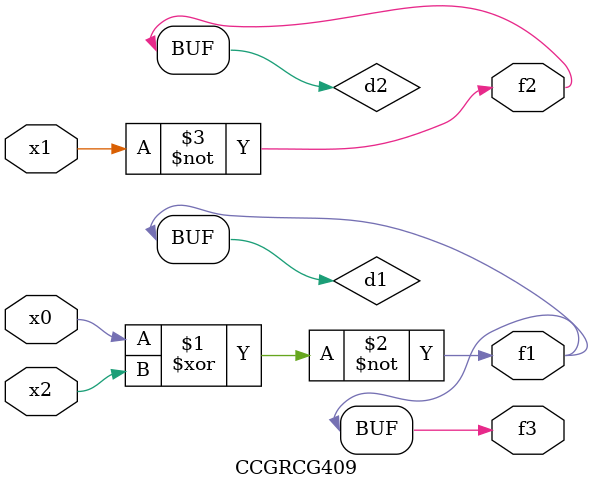
<source format=v>
module CCGRCG409(
	input x0, x1, x2,
	output f1, f2, f3
);

	wire d1, d2, d3;

	xnor (d1, x0, x2);
	nand (d2, x1);
	nor (d3, x1, x2);
	assign f1 = d1;
	assign f2 = d2;
	assign f3 = d1;
endmodule

</source>
